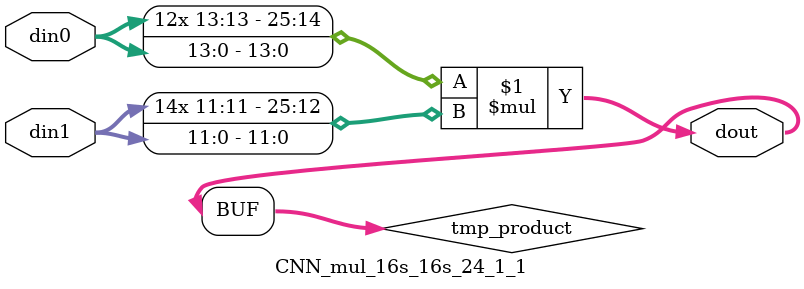
<source format=v>

`timescale 1 ns / 1 ps

 module CNN_mul_16s_16s_24_1_1(din0, din1, dout);
parameter ID = 1;
parameter NUM_STAGE = 0;
parameter din0_WIDTH = 14;
parameter din1_WIDTH = 12;
parameter dout_WIDTH = 26;

input [din0_WIDTH - 1 : 0] din0; 
input [din1_WIDTH - 1 : 0] din1; 
output [dout_WIDTH - 1 : 0] dout;

wire signed [dout_WIDTH - 1 : 0] tmp_product;



























assign tmp_product = $signed(din0) * $signed(din1);








assign dout = tmp_product;





















endmodule

</source>
